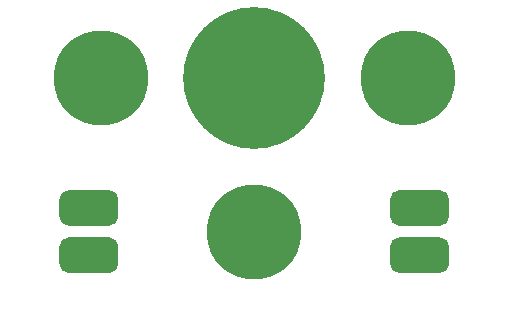
<source format=gbs>
G04 #@! TF.GenerationSoftware,KiCad,Pcbnew,5.1.9+dfsg1-1*
G04 #@! TF.CreationDate,2023-01-30T08:22:01+09:00*
G04 #@! TF.ProjectId,bottom,626f7474-6f6d-42e6-9b69-6361645f7063,rev?*
G04 #@! TF.SameCoordinates,Original*
G04 #@! TF.FileFunction,Soldermask,Bot*
G04 #@! TF.FilePolarity,Negative*
%FSLAX46Y46*%
G04 Gerber Fmt 4.6, Leading zero omitted, Abs format (unit mm)*
G04 Created by KiCad (PCBNEW 5.1.9+dfsg1-1) date 2023-01-30 08:22:01*
%MOMM*%
%LPD*%
G01*
G04 APERTURE LIST*
%ADD10C,8.000000*%
%ADD11C,12.000000*%
G04 APERTURE END LIST*
D10*
X67000000Y-90000000D03*
X80000000Y-103000000D03*
X93000000Y-90000000D03*
G36*
G01*
X64250000Y-99500000D02*
X67750000Y-99500000D01*
G75*
G02*
X68500000Y-100250000I0J-750000D01*
G01*
X68500000Y-101750000D01*
G75*
G02*
X67750000Y-102500000I-750000J0D01*
G01*
X64250000Y-102500000D01*
G75*
G02*
X63500000Y-101750000I0J750000D01*
G01*
X63500000Y-100250000D01*
G75*
G02*
X64250000Y-99500000I750000J0D01*
G01*
G37*
G36*
G01*
X64250000Y-103500000D02*
X67750000Y-103500000D01*
G75*
G02*
X68500000Y-104250000I0J-750000D01*
G01*
X68500000Y-105750000D01*
G75*
G02*
X67750000Y-106500000I-750000J0D01*
G01*
X64250000Y-106500000D01*
G75*
G02*
X63500000Y-105750000I0J750000D01*
G01*
X63500000Y-104250000D01*
G75*
G02*
X64250000Y-103500000I750000J0D01*
G01*
G37*
G36*
G01*
X92250000Y-103500000D02*
X95750000Y-103500000D01*
G75*
G02*
X96500000Y-104250000I0J-750000D01*
G01*
X96500000Y-105750000D01*
G75*
G02*
X95750000Y-106500000I-750000J0D01*
G01*
X92250000Y-106500000D01*
G75*
G02*
X91500000Y-105750000I0J750000D01*
G01*
X91500000Y-104250000D01*
G75*
G02*
X92250000Y-103500000I750000J0D01*
G01*
G37*
G36*
G01*
X92250000Y-99500000D02*
X95750000Y-99500000D01*
G75*
G02*
X96500000Y-100250000I0J-750000D01*
G01*
X96500000Y-101750000D01*
G75*
G02*
X95750000Y-102500000I-750000J0D01*
G01*
X92250000Y-102500000D01*
G75*
G02*
X91500000Y-101750000I0J750000D01*
G01*
X91500000Y-100250000D01*
G75*
G02*
X92250000Y-99500000I750000J0D01*
G01*
G37*
D11*
X80000000Y-90000000D03*
M02*

</source>
